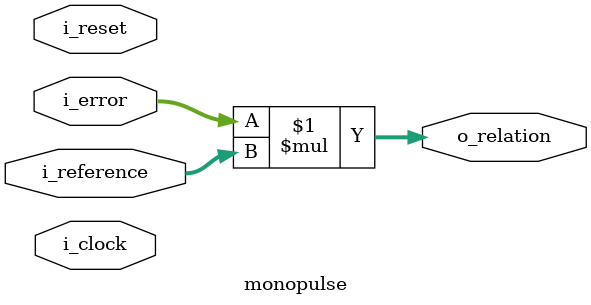
<source format=sv>
`timescale 1ns / 1ps

module monopulse #
(
    parameter DATA_SIZE     =   64
)
(
    input   i_reset,
    input   i_clock,
    input   [ DATA_SIZE - 1 : 0 ]   i_reference,
    input   [ DATA_SIZE - 1 : 0 ]   i_error,
    output  [ DATA_SIZE - 1 : 0 ]   o_relation
);

    assign o_relation   =   i_error * i_reference;

endmodule

</source>
